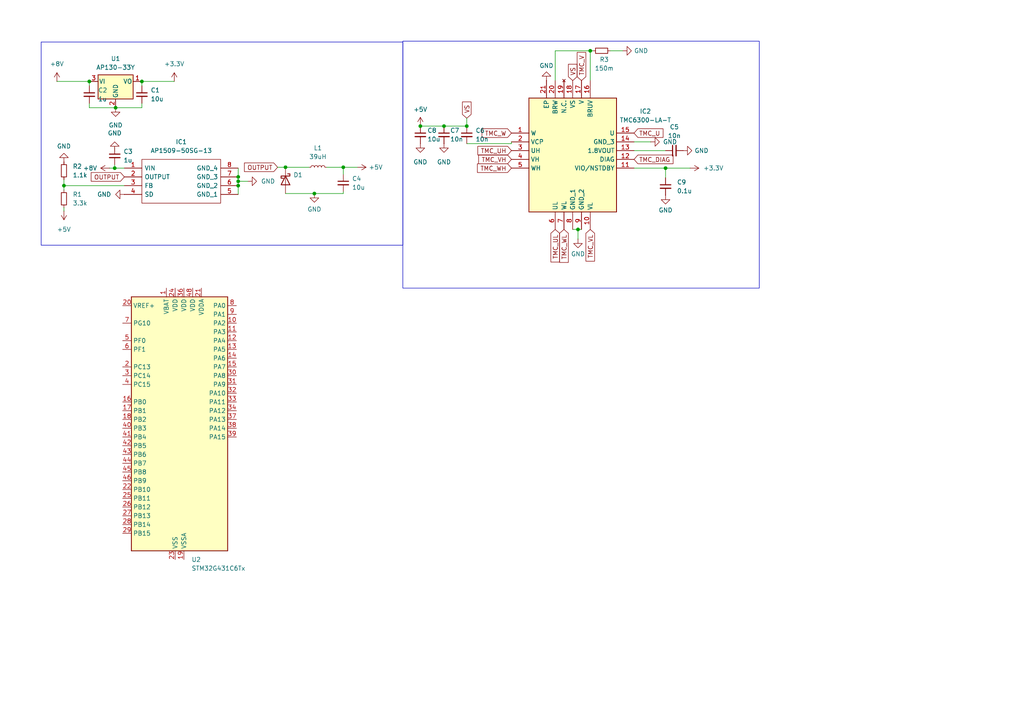
<source format=kicad_sch>
(kicad_sch (version 20231120) (generator "eeschema") (generator_version "8.0")
  (paper "A4")
  (lib_symbols
    (symbol "BUCK:AP1509-50SG-13" (pin_names (offset 0.762))
      (property "Reference" "IC" (at 29.21 7.62 0))
      (property "Value" "AP1509-50SG-13" (at 29.21 5.08 0))
      (symbol "AP1509-50SG-13_0_0"
        (pin passive line (at 0 0 0) (length 5.08) (name "VIN") (number "1"))
        (pin passive line (at 0 -2.54 0) (length 5.08) (name "OUTPUT") (number "2"))
        (pin passive line (at 0 -5.08 0) (length 5.08) (name "FB") (number "3"))
        (pin passive line (at 0 -7.62 0) (length 5.08) (name "SD") (number "4"))
        (pin passive line (at 33.02 -7.62 180) (length 5.08) (name "GND_1") (number "5"))
        (pin passive line (at 33.02 -5.08 180) (length 5.08) (name "GND_2") (number "6"))
        (pin passive line (at 33.02 -2.54 180) (length 5.08) (name "GND_3") (number "7"))
        (pin passive line (at 33.02 0 180) (length 5.08) (name "GND_4") (number "8"))
      )
      (symbol "AP1509-50SG-13_0_1"
        (polyline (pts (xy 5.08 2.54) (xy 27.94 2.54) (xy 27.94 -10.16) (xy 5.08 -10.16) (xy 5.08 2.54)) (stroke (width 0.1524)))
      )
    )
    (symbol "Device:C_Small" (pin_numbers hide) (pin_names (offset 0.254) hide)
      (property "Reference" "C" (at 0.254 1.778 0))
      (property "Value" "C_Small" (at 0.254 -2.032 0))
      (symbol "C_Small_0_1"
        (polyline (pts (xy -1.524 -0.508) (xy 1.524 -0.508)) (stroke (width 0.3302)))
        (polyline (pts (xy -1.524 0.508) (xy 1.524 0.508)) (stroke (width 0.3048)))
      )
      (symbol "C_Small_1_1"
        (pin passive line (at 0 2.54 270) (length 2.032) (name "~") (number "1"))
        (pin passive line (at 0 -2.54 90) (length 2.032) (name "~") (number "2"))
      )
    )
    (symbol "Device:D_Schottky" (pin_numbers hide) (pin_names (offset 1.016) hide)
      (property "Reference" "D" (at 0 2.54 0))
      (property "Value" "D_Schottky" (at 0 -2.54 0))
      (symbol "D_Schottky_0_1"
        (polyline (pts (xy 1.27 0) (xy -1.27 0)))
        (polyline (pts (xy 1.27 1.27) (xy 1.27 -1.27) (xy -1.27 0) (xy 1.27 1.27)) (stroke (width 0.254)))
        (polyline (pts (xy -1.905 0.635) (xy -1.905 1.27) (xy -1.27 1.27) (xy -1.27 -1.27) (xy -0.635 -1.27) (xy -0.635 -0.635)) (stroke (width 0.254)))
      )
      (symbol "D_Schottky_1_1"
        (pin passive line (at -3.81 0 0) (length 2.54) (name "K") (number "1"))
        (pin passive line (at 3.81 0 180) (length 2.54) (name "A") (number "2"))
      )
    )
    (symbol "Device:L_Small" (pin_numbers hide) (pin_names (offset 0.254) hide)
      (property "Reference" "L" (at 0.762 1.016 0))
      (property "Value" "L_Small" (at 0.762 -1.016 0))
      (symbol "L_Small_0_1"
        (arc (start 0 -2.032) (mid 0.5058 -1.524) (end 0 -1.016))
        (arc (start 0 -1.016) (mid 0.5058 -0.508) (end 0 0))
        (arc (start 0 0) (mid 0.5058 0.508) (end 0 1.016))
        (arc (start 0 1.016) (mid 0.5058 1.524) (end 0 2.032))
      )
      (symbol "L_Small_1_1"
        (pin passive line (at 0 2.54 270) (length 0.508) (name "~") (number "1"))
        (pin passive line (at 0 -2.54 90) (length 0.508) (name "~") (number "2"))
      )
    )
    (symbol "Device:R_Small" (pin_numbers hide) (pin_names (offset 0.254) hide)
      (property "Reference" "R" (at 0.762 0.508 0))
      (property "Value" "R_Small" (at 0.762 -1.016 0))
      (symbol "R_Small_0_1"
        (rectangle (start -0.762 1.778) (end 0.762 -1.778) (stroke (width 0.2032)))
      )
      (symbol "R_Small_1_1"
        (pin passive line (at 0 2.54 270) (length 0.762) (name "~") (number "1"))
        (pin passive line (at 0 -2.54 90) (length 0.762) (name "~") (number "2"))
      )
    )
    (symbol "Driver:TMC6300-LA-T"
      (property "Reference" "IC" (at 31.75 15.24 0))
      (property "Value" "TMC6300-LA-T" (at 31.75 12.7 0))
      (symbol "TMC6300-LA-T_1_1"
        (rectangle (start 5.08 10.16) (end 30.48 -22.86) (stroke (width 0.254)) (fill (type background)))
        (pin passive line (at 0 0 0) (length 5.08) (name "W") (number "1"))
        (pin passive line (at 22.86 -27.94 90) (length 5.08) (name "VL") (number "10"))
        (pin passive line (at 35.56 -10.16 180) (length 5.08) (name "VIO/NSTDBY") (number "11"))
        (pin passive line (at 35.56 -7.62 180) (length 5.08) (name "DIAG") (number "12"))
        (pin passive line (at 35.56 -5.08 180) (length 5.08) (name "1.8VOUT") (number "13"))
        (pin passive line (at 35.56 -2.54 180) (length 5.08) (name "GND_3") (number "14"))
        (pin passive line (at 35.56 0 180) (length 5.08) (name "U") (number "15"))
        (pin passive line (at 22.86 15.24 270) (length 5.08) (name "BRUV") (number "16"))
        (pin passive line (at 20.32 15.24 270) (length 5.08) (name "V") (number "17"))
        (pin passive line (at 17.78 15.24 270) (length 5.08) (name "VS") (number "18"))
        (pin no_connect line (at 15.24 15.24 270) (length 5.08) (name "N.C.") (number "19"))
        (pin passive line (at 0 -2.54 0) (length 5.08) (name "VCP") (number "2"))
        (pin passive line (at 12.7 15.24 270) (length 5.08) (name "BRW") (number "20"))
        (pin passive line (at 10.16 15.24 270) (length 5.08) (name "EP") (number "21"))
        (pin passive line (at 0 -5.08 0) (length 5.08) (name "UH") (number "3"))
        (pin passive line (at 0 -7.62 0) (length 5.08) (name "VH") (number "4"))
        (pin passive line (at 0 -10.16 0) (length 5.08) (name "WH") (number "5"))
        (pin passive line (at 12.7 -27.94 90) (length 5.08) (name "UL") (number "6"))
        (pin passive line (at 15.24 -27.94 90) (length 5.08) (name "WL") (number "7"))
        (pin passive line (at 17.78 -27.94 90) (length 5.08) (name "GND_1") (number "8"))
        (pin passive line (at 20.32 -27.94 90) (length 5.08) (name "GND_2") (number "9"))
      )
    )
    (symbol "MCU_ST_STM32G4:STM32G431C6Tx"
      (property "Reference" "U" (at -12.7 39.37 0))
      (property "Value" "STM32G431C6Tx" (at 10.16 39.37 0))
      (symbol "STM32G431C6Tx_0_1"
        (rectangle (start -12.7 -35.56) (end 15.24 38.1) (stroke (width 0.254)) (fill (type background)))
      )
      (symbol "STM32G431C6Tx_1_1"
        (pin power_in line (at -2.54 40.64 270) (length 2.54) (name "VBAT") (number "1"))
        (pin bidirectional line (at 17.78 30.48 180) (length 2.54) (name "PA2") (number "10"))
        (pin bidirectional line (at 17.78 27.94 180) (length 2.54) (name "PA3") (number "11"))
        (pin bidirectional line (at 17.78 25.4 180) (length 2.54) (name "PA4") (number "12"))
        (pin bidirectional line (at 17.78 22.86 180) (length 2.54) (name "PA5") (number "13"))
        (pin bidirectional line (at 17.78 20.32 180) (length 2.54) (name "PA6") (number "14"))
        (pin bidirectional line (at 17.78 17.78 180) (length 2.54) (name "PA7") (number "15"))
        (pin bidirectional line (at -15.24 7.62 0) (length 2.54) (name "PB0") (number "16"))
        (pin bidirectional line (at -15.24 5.08 0) (length 2.54) (name "PB1") (number "17"))
        (pin bidirectional line (at -15.24 2.54 0) (length 2.54) (name "PB2") (number "18"))
        (pin power_in line (at 2.54 -38.1 90) (length 2.54) (name "VSSA") (number "19"))
        (pin bidirectional line (at -15.24 17.78 0) (length 2.54) (name "PC13") (number "2"))
        (pin input line (at -15.24 35.56 0) (length 2.54) (name "VREF+") (number "20"))
        (pin power_in line (at 7.62 40.64 270) (length 2.54) (name "VDDA") (number "21"))
        (pin bidirectional line (at -15.24 -17.78 0) (length 2.54) (name "PB10") (number "22"))
        (pin power_in line (at 0 -38.1 90) (length 2.54) (name "VSS") (number "23"))
        (pin power_in line (at 0 40.64 270) (length 2.54) (name "VDD") (number "24"))
        (pin bidirectional line (at -15.24 -20.32 0) (length 2.54) (name "PB11") (number "25"))
        (pin bidirectional line (at -15.24 -22.86 0) (length 2.54) (name "PB12") (number "26"))
        (pin bidirectional line (at -15.24 -25.4 0) (length 2.54) (name "PB13") (number "27"))
        (pin bidirectional line (at -15.24 -27.94 0) (length 2.54) (name "PB14") (number "28"))
        (pin bidirectional line (at -15.24 -30.48 0) (length 2.54) (name "PB15") (number "29"))
        (pin bidirectional line (at -15.24 15.24 0) (length 2.54) (name "PC14") (number "3"))
        (pin bidirectional line (at 17.78 15.24 180) (length 2.54) (name "PA8") (number "30"))
        (pin bidirectional line (at 17.78 12.7 180) (length 2.54) (name "PA9") (number "31"))
        (pin bidirectional line (at 17.78 10.16 180) (length 2.54) (name "PA10") (number "32"))
        (pin bidirectional line (at 17.78 7.62 180) (length 2.54) (name "PA11") (number "33"))
        (pin bidirectional line (at 17.78 5.08 180) (length 2.54) (name "PA12") (number "34"))
        (pin passive line (at 0 -38.1 90) (length 2.54) hide (name "VSS") (number "35"))
        (pin power_in line (at 2.54 40.64 270) (length 2.54) (name "VDD") (number "36"))
        (pin bidirectional line (at 17.78 2.54 180) (length 2.54) (name "PA13") (number "37"))
        (pin bidirectional line (at 17.78 0 180) (length 2.54) (name "PA14") (number "38"))
        (pin bidirectional line (at 17.78 -2.54 180) (length 2.54) (name "PA15") (number "39"))
        (pin bidirectional line (at -15.24 12.7 0) (length 2.54) (name "PC15") (number "4"))
        (pin bidirectional line (at -15.24 0 0) (length 2.54) (name "PB3") (number "40"))
        (pin bidirectional line (at -15.24 -2.54 0) (length 2.54) (name "PB4") (number "41"))
        (pin bidirectional line (at -15.24 -5.08 0) (length 2.54) (name "PB5") (number "42"))
        (pin bidirectional line (at -15.24 -7.62 0) (length 2.54) (name "PB6") (number "43"))
        (pin bidirectional line (at -15.24 -10.16 0) (length 2.54) (name "PB7") (number "44"))
        (pin bidirectional line (at -15.24 -12.7 0) (length 2.54) (name "PB8") (number "45"))
        (pin bidirectional line (at -15.24 -15.24 0) (length 2.54) (name "PB9") (number "46"))
        (pin passive line (at 0 -38.1 90) (length 2.54) hide (name "VSS") (number "47"))
        (pin power_in line (at 5.08 40.64 270) (length 2.54) (name "VDD") (number "48"))
        (pin bidirectional line (at -15.24 25.4 0) (length 2.54) (name "PF0") (number "5"))
        (pin bidirectional line (at -15.24 22.86 0) (length 2.54) (name "PF1") (number "6"))
        (pin bidirectional line (at -15.24 30.48 0) (length 2.54) (name "PG10") (number "7"))
        (pin bidirectional line (at 17.78 35.56 180) (length 2.54) (name "PA0") (number "8"))
        (pin bidirectional line (at 17.78 33.02 180) (length 2.54) (name "PA1") (number "9"))
      )
    )
    (symbol "Regulator_Linear:AP130-33Y" (pin_names (offset 0.254))
      (property "Reference" "U" (at -3.81 3.175 0))
      (property "Value" "AP130-33Y" (at 0 3.175 0))
      (symbol "AP130-33Y_0_1"
        (rectangle (start -5.08 1.905) (end 5.08 -5.08) (stroke (width 0.254)) (fill (type background)))
      )
      (symbol "AP130-33Y_1_1"
        (pin power_out line (at 7.62 0 180) (length 2.54) (name "VO") (number "1"))
        (pin power_in line (at 0 -7.62 90) (length 2.54) (name "GND") (number "2"))
        (pin power_in line (at -7.62 0 0) (length 2.54) (name "VI") (number "3"))
      )
    )
    (symbol "power:+3.3V" (power) (pin_numbers hide) (pin_names (offset 0) hide)
      (property "Value" "+3.3V" (at 0 3.556 0))
      (symbol "+3.3V_0_1"
        (polyline (pts (xy -0.762 1.27) (xy 0 2.54)))
        (polyline (pts (xy 0 0) (xy 0 2.54)))
        (polyline (pts (xy 0 2.54) (xy 0.762 1.27)))
      )
      (symbol "+3.3V_1_1"
        (pin power_in line (at 0 0 90) (length 0) (name "~") (number "1"))
      )
    )
    (symbol "power:+5V" (power) (pin_numbers hide) (pin_names (offset 0) hide)
      (property "Value" "+5V" (at 0 3.556 0))
      (symbol "+5V_0_1"
        (polyline (pts (xy -0.762 1.27) (xy 0 2.54)))
        (polyline (pts (xy 0 0) (xy 0 2.54)))
        (polyline (pts (xy 0 2.54) (xy 0.762 1.27)))
      )
      (symbol "+5V_1_1"
        (pin power_in line (at 0 0 90) (length 0) (name "~") (number "1"))
      )
    )
    (symbol "power:+8V" (power) (pin_numbers hide) (pin_names (offset 0) hide)
      (property "Value" "+8V" (at 0 3.556 0))
      (symbol "+8V_0_1"
        (polyline (pts (xy -0.762 1.27) (xy 0 2.54)))
        (polyline (pts (xy 0 0) (xy 0 2.54)))
        (polyline (pts (xy 0 2.54) (xy 0.762 1.27)))
      )
      (symbol "+8V_1_1"
        (pin power_in line (at 0 0 90) (length 0) (name "~") (number "1"))
      )
    )
    (symbol "power:GND" (power) (pin_numbers hide) (pin_names (offset 0) hide)
      (property "Value" "GND" (at 0 -3.81 0))
      (symbol "GND_0_1"
        (polyline (pts (xy 0 0) (xy 0 -1.27) (xy 1.27 -1.27) (xy 0 -2.54) (xy -1.27 -1.27) (xy 0 -1.27)))
      )
      (symbol "GND_1_1"
        (pin power_in line (at 0 0 270) (length 0) (name "~") (number "1"))
      )
    )
  )
  (junction (at 69.088 52.578))
  (junction (at 33.528 31.242))
  (junction (at 25.908 23.622))
  (junction (at 193.04 48.768))
  (junction (at 69.088 53.848))
  (junction (at 99.568 48.514))
  (junction (at 18.542 53.848))
  (junction (at 171.196 14.732))
  (junction (at 135.382 36.576))
  (junction (at 33.274 48.768))
  (junction (at 121.92 36.576))
  (junction (at 41.148 23.622))
  (junction (at 69.088 51.308))
  (junction (at 91.186 56.134))
  (junction (at 167.64 66.548))
  (junction (at 82.804 48.514))
  (junction (at 128.778 36.576))
  (wire (pts (xy 99.568 56.134) (xy 99.568 55.626)))
  (wire (pts (xy 33.274 42.672) (xy 33.274 43.688)))
  (wire (pts (xy 33.274 47.752) (xy 33.274 48.768)))
  (wire (pts (xy 69.088 48.768) (xy 69.088 51.308)))
  (wire (pts (xy 69.088 53.848) (xy 69.088 56.388)))
  (wire (pts (xy 171.196 14.732) (xy 171.196 23.368)))
  (wire (pts (xy 41.148 29.972) (xy 41.148 31.242)))
  (wire (pts (xy 193.04 48.768) (xy 193.04 51.562)))
  (wire (pts (xy 33.528 31.242) (xy 41.148 31.242)))
  (wire (pts (xy 161.036 23.368) (xy 161.036 14.732)))
  (wire (pts (xy 183.896 43.688) (xy 193.04 43.688)))
  (wire (pts (xy 80.518 48.514) (xy 82.804 48.514)))
  (wire (pts (xy 69.088 51.308) (xy 69.088 52.578)))
  (wire (pts (xy 91.186 56.134) (xy 99.568 56.134)))
  (wire (pts (xy 25.908 29.972) (xy 25.908 31.242)))
  (wire (pts (xy 41.148 23.622) (xy 41.148 24.892)))
  (wire (pts (xy 94.742 48.514) (xy 99.568 48.514)))
  (wire (pts (xy 41.148 23.622) (xy 50.546 23.622)))
  (wire (pts (xy 69.088 52.578) (xy 69.088 53.848)))
  (wire (pts (xy 103.632 48.514) (xy 99.568 48.514)))
  (wire (pts (xy 99.568 48.514) (xy 99.568 50.546)))
  (wire (pts (xy 171.958 14.732) (xy 171.196 14.732)))
  (wire (pts (xy 16.51 23.622) (xy 25.908 23.622)))
  (wire (pts (xy 18.542 61.214) (xy 18.542 60.198)))
  (wire (pts (xy 82.804 56.134) (xy 91.186 56.134)))
  (wire (pts (xy 25.908 31.242) (xy 33.528 31.242)))
  (wire (pts (xy 82.804 48.514) (xy 89.662 48.514)))
  (wire (pts (xy 166.116 66.548) (xy 167.64 66.548)))
  (wire (pts (xy 69.088 52.578) (xy 71.882 52.578)))
  (wire (pts (xy 18.542 53.848) (xy 18.542 55.118)))
  (wire (pts (xy 18.542 52.07) (xy 18.542 53.848)))
  (wire (pts (xy 135.382 41.656) (xy 148.336 41.656)))
  (wire (pts (xy 121.92 36.576) (xy 128.778 36.576)))
  (wire (pts (xy 31.75 48.768) (xy 33.274 48.768)))
  (wire (pts (xy 148.336 41.656) (xy 148.336 41.148)))
  (wire (pts (xy 36.068 53.848) (xy 18.542 53.848)))
  (wire (pts (xy 25.908 23.622) (xy 25.908 24.892)))
  (wire (pts (xy 177.038 14.732) (xy 180.594 14.732)))
  (wire (pts (xy 128.778 36.576) (xy 135.382 36.576)))
  (wire (pts (xy 161.036 14.732) (xy 171.196 14.732)))
  (wire (pts (xy 188.722 41.148) (xy 183.896 41.148)))
  (wire (pts (xy 183.896 48.768) (xy 193.04 48.768)))
  (wire (pts (xy 167.64 66.548) (xy 167.64 69.342)))
  (wire (pts (xy 167.64 66.548) (xy 168.656 66.548)))
  (wire (pts (xy 200.152 48.768) (xy 193.04 48.768)))
  (wire (pts (xy 135.382 34.29) (xy 135.382 36.576)))
  (wire (pts (xy 33.274 48.768) (xy 36.068 48.768)))
  (rectangle (start 116.84 11.938) (end 220.218 83.566))
  (rectangle (start 11.938 12.192) (end 116.84 71.12))
  (global_label "TMC_DIAG" (shape input) (at 183.896 46.228 0) (property "Intersheetrefs" "${INTERSHEET_REFS}" (effects (hide yes))))
  (global_label "TMC_V" (shape input) (at 168.656 23.368 90) (property "Intersheetrefs" "${INTERSHEET_REFS}" (effects (hide yes))))
  (global_label "TMC_WL" (shape input) (at 163.576 66.548 270) (property "Intersheetrefs" "${INTERSHEET_REFS}" (effects (hide yes))))
  (global_label "TMC_U" (shape input) (at 183.896 38.608 0) (property "Intersheetrefs" "${INTERSHEET_REFS}" (effects (hide yes))))
  (global_label "OUTPUT" (shape input) (at 36.068 51.308 180) (property "Intersheetrefs" "${INTERSHEET_REFS}" (effects (hide yes))))
  (global_label "TMC_UH" (shape input) (at 148.336 43.688 180) (property "Intersheetrefs" "${INTERSHEET_REFS}" (effects (hide yes))))
  (global_label "TMC_W" (shape input) (at 148.336 38.608 180) (property "Intersheetrefs" "${INTERSHEET_REFS}" (effects (hide yes))))
  (global_label "VS" (shape input) (at 135.382 34.29 90) (property "Intersheetrefs" "${INTERSHEET_REFS}" (effects (hide yes))))
  (global_label "TMC_WH" (shape input) (at 148.336 48.768 180) (property "Intersheetrefs" "${INTERSHEET_REFS}" (effects (hide yes))))
  (global_label "VS" (shape input) (at 166.116 23.368 90) (property "Intersheetrefs" "${INTERSHEET_REFS}" (effects (hide yes))))
  (global_label "TMC_VH" (shape input) (at 148.336 46.228 180) (property "Intersheetrefs" "${INTERSHEET_REFS}" (effects (hide yes))))
  (global_label "OUTPUT" (shape input) (at 80.518 48.514 180) (property "Intersheetrefs" "${INTERSHEET_REFS}" (effects (hide yes))))
  (global_label "TMC_UL" (shape input) (at 161.036 66.548 270) (property "Intersheetrefs" "${INTERSHEET_REFS}" (effects (hide yes))))
  (global_label "TMC_VL" (shape input) (at 171.196 66.548 270) (property "Intersheetrefs" "${INTERSHEET_REFS}" (effects (hide yes))))
  (symbol (lib_id "Device:C_Small") (at 41.148 27.432 0) (unit 1)
    (property "Reference" "C1" (at 43.688 26.1682 0) (effects (justify left)))
    (property "Value" "10u" (at 43.688 28.7082 0) (effects (justify left)))
    (property "Description" "Unpolarized capacitor, small symbol" (effects (hide yes)))
  )
  (symbol (lib_id "Device:R_Small") (at 18.542 49.53 0) (unit 1)
    (property "Reference" "R2" (at 21.082 48.2599 0) (effects (justify left)))
    (property "Value" "1.1k" (at 21.082 50.7999 0) (effects (justify left)))
    (property "Description" "Resistor, small symbol" (effects (hide yes)))
  )
  (symbol (lib_id "power:GND") (at 193.04 56.642 0) (unit 1)
    (property "Reference" "#PWR020" (effects (hide yes)))
    (property "Value" "GND" (at 193.04 60.96 0))
    (property "Description" "Power symbol creates a global label with name \"GND\" , ground" (effects (hide yes)))
  )
  (symbol (lib_id "power:GND") (at 33.528 31.242 0) (unit 1)
    (property "Reference" "#PWR01" (effects (hide yes)))
    (property "Value" "GND" (at 33.528 36.322 0))
    (property "Description" "Power symbol creates a global label with name \"GND\" , ground" (effects (hide yes)))
  )
  (symbol (lib_id "MCU_ST_STM32G4:STM32G431C6Tx") (at 50.8 124.206 0) (unit 1)
    (property "Reference" "U2" (at 55.5341 162.306 0) (effects (justify left)))
    (property "Value" "STM32G431C6Tx" (at 55.5341 164.846 0) (effects (justify left)))
    (property "Footprint" "Package_QFP:LQFP-48_7x7mm_P0.5mm" (effects (hide yes)))
    (property "Datasheet" "https://www.st.com/resource/en/datasheet/stm32g431c6.pdf" (effects (hide yes)))
    (property "Description" "STMicroelectronics Arm Cortex-M4 MCU, 32KB flash, 32KB RAM, 170 MHz, 1.71-3.6V, 38 GPIO, LQFP48" (effects (hide yes)))
  )
  (symbol (lib_id "Device:C_Small") (at 135.382 39.116 0) (unit 1)
    (property "Reference" "C6" (at 137.922 37.8522 0) (effects (justify left)))
    (property "Value" "10n" (at 137.922 40.3922 0) (effects (justify left)))
    (property "Description" "Unpolarized capacitor, small symbol" (effects (hide yes)))
  )
  (symbol (lib_id "power:GND") (at 180.594 14.732 90) (unit 1)
    (property "Reference" "#PWR013" (effects (hide yes)))
    (property "Value" "GND" (at 183.896 14.7319 90) (effects (justify right)))
    (property "Description" "Power symbol creates a global label with name \"GND\" , ground" (effects (hide yes)))
  )
  (symbol (lib_id "power:GND") (at 91.186 56.134 0) (unit 1)
    (property "Reference" "#PWR09" (effects (hide yes)))
    (property "Value" "GND" (at 91.186 60.706 0))
    (property "Description" "Power symbol creates a global label with name \"GND\" , ground" (effects (hide yes)))
  )
  (symbol (lib_id "Device:D_Schottky") (at 82.804 52.324 270) (unit 1)
    (property "Reference" "D1" (at 85.09 50.7364 90) (effects (justify left)))
    (property "Value" "D_Schottky" (effects (hide yes)))
    (property "Description" "Schottky diode" (effects (hide yes)))
  )
  (symbol (lib_id "Device:C_Small") (at 25.908 27.432 0) (unit 1)
    (property "Reference" "C2" (at 28.448 26.1682 0) (effects (justify left)))
    (property "Value" "1u" (at 28.448 28.7082 0) (effects (justify left)))
    (property "Description" "Unpolarized capacitor, small symbol" (effects (hide yes)))
  )
  (symbol (lib_id "Device:C_Small") (at 193.04 54.102 0) (unit 1)
    (property "Reference" "C9" (at 196.342 52.8382 0) (effects (justify left)))
    (property "Value" "0.1u" (at 196.342 55.3782 0) (effects (justify left)))
    (property "Description" "Unpolarized capacitor, small symbol" (effects (hide yes)))
  )
  (symbol (lib_id "power:+5V") (at 121.92 36.576 0) (unit 1)
    (property "Reference" "#PWR016" (effects (hide yes)))
    (property "Value" "+5V" (at 121.92 31.75 0))
    (property "Description" "Power symbol creates a global label with name \"+5V\"" (effects (hide yes)))
  )
  (symbol (lib_id "power:+5V") (at 18.542 61.214 180) (unit 1)
    (property "Reference" "#PWR08" (effects (hide yes)))
    (property "Value" "+5V" (at 18.542 66.548 0))
    (property "Description" "Power symbol creates a global label with name \"+5V\"" (effects (hide yes)))
  )
  (symbol (lib_id "Device:C_Small") (at 121.92 39.116 0) (unit 1)
    (property "Reference" "C8" (at 123.952 37.846 0) (effects (justify left)))
    (property "Value" "10u" (at 123.952 40.386 0) (effects (justify left)))
    (property "Description" "Unpolarized capacitor, small symbol" (effects (hide yes)))
  )
  (symbol (lib_id "power:+8V") (at 31.75 48.768 90) (unit 1)
    (property "Reference" "#PWR06" (effects (hide yes)))
    (property "Value" "+8V" (at 28.194 48.7679 90) (effects (justify left)))
    (property "Description" "Power symbol creates a global label with name \"+8V\"" (effects (hide yes)))
  )
  (symbol (lib_id "Device:R_Small") (at 174.498 14.732 90) (unit 1)
    (property "Reference" "R3" (at 175.26 17.272 90))
    (property "Value" "150m" (at 175.26 19.812 90))
    (property "Description" "Resistor, small symbol" (effects (hide yes)))
  )
  (symbol (lib_id "power:GND") (at 188.722 41.148 90) (unit 1)
    (property "Reference" "#PWR018" (effects (hide yes)))
    (property "Value" "GND" (at 192.278 41.1479 90) (effects (justify right)))
    (property "Description" "Power symbol creates a global label with name \"GND\" , ground" (effects (hide yes)))
  )
  (symbol (lib_id "Device:C_Small") (at 99.568 53.086 0) (unit 1)
    (property "Reference" "C4" (at 102.108 51.8222 0) (effects (justify left)))
    (property "Value" "10u" (at 102.108 54.3622 0) (effects (justify left)))
    (property "Description" "Unpolarized capacitor, small symbol" (effects (hide yes)))
  )
  (symbol (lib_id "Regulator_Linear:AP130-33Y") (at 33.528 23.622 0) (unit 1)
    (property "Reference" "U1" (at 33.528 17.018 0))
    (property "Value" "AP130-33Y" (at 33.528 19.558 0))
    (property "Footprint" "Package_TO_SOT_SMD:SOT-89-3" (effects (hide yes)))
    (property "Datasheet" "https://www.diodes.com/assets/Datasheets/AP130.pdf" (effects (hide yes)))
    (property "Description" "0.3A Low Dropout regulator, positive, 3.3V fixed output, SOT-89" (effects (hide yes)))
  )
  (symbol (lib_id "Device:C_Small") (at 33.274 45.212 0) (unit 1)
    (property "Reference" "C3" (at 35.814 43.9482 0) (effects (justify left)))
    (property "Value" "1u" (at 35.814 46.4882 0) (effects (justify left)))
    (property "Description" "Unpolarized capacitor, small symbol" (effects (hide yes)))
  )
  (symbol (lib_id "power:+8V") (at 16.51 23.622 0) (unit 1)
    (property "Reference" "#PWR02" (effects (hide yes)))
    (property "Value" "+8V" (at 16.51 18.542 0))
    (property "Description" "Power symbol creates a global label with name \"+8V\"" (effects (hide yes)))
  )
  (symbol (lib_id "power:GND") (at 198.12 43.688 90) (unit 1)
    (property "Reference" "#PWR012" (effects (hide yes)))
    (property "Value" "GND" (at 201.422 43.6879 90) (effects (justify right)))
    (property "Description" "Power symbol creates a global label with name \"GND\" , ground" (effects (hide yes)))
  )
  (symbol (lib_id "power:+5V") (at 103.632 48.514 270) (unit 1)
    (property "Reference" "#PWR010" (effects (hide yes)))
    (property "Value" "+5V" (at 106.934 48.5139 90) (effects (justify left)))
    (property "Description" "Power symbol creates a global label with name \"+5V\"" (effects (hide yes)))
  )
  (symbol (lib_id "Driver:TMC6300-LA-T") (at 148.336 38.608 0) (unit 1)
    (property "Reference" "IC2" (at 187.198 32.2894 0))
    (property "Value" "TMC6300-LA-T" (at 187.198 34.8294 0))
    (property "Footprint" "QFN40P300X300X90-21N" (effects (hide yes)))
    (property "Datasheet" "https://www.analog.com/TMC6300/datasheet" (effects (hide yes)))
    (property "Description" "Highly Efficient Low Voltage, Zero Standby Current Driver for 3-Phase BLDC/PMSM Motors up to 2A peak, Triple Half-Bridge with separate HS and LS control signals" (effects (hide yes)))
    (property "Height" "0.9" (effects (hide yes)))
    (property "Mouser Part Number" "700-TMC6300-LA-T" (effects (hide yes)))
    (property "Mouser Price/Stock" "https://www.mouser.co.uk/ProductDetail/ADI-Trinamic/TMC6300-LA-T?qs=TiOZkKH1s2SPDan6zA6fKg%3D%3D" (effects (hide yes)))
    (property "Manufacturer_Name" "Analog Devices" (effects (hide yes)))
    (property "Manufacturer_Part_Number" "TMC6300-LA-T" (effects (hide yes)))
  )
  (symbol (lib_id "power:GND") (at 158.496 23.368 180) (unit 1)
    (property "Reference" "#PWR021" (effects (hide yes)))
    (property "Value" "GND" (at 158.496 19.05 0))
    (property "Description" "Power symbol creates a global label with name \"GND\" , ground" (effects (hide yes)))
  )
  (symbol (lib_id "BUCK:AP1509-50SG-13") (at 36.068 48.768 0) (unit 1)
    (property "Reference" "IC1" (at 52.578 41.148 0))
    (property "Value" "AP1509-50SG-13" (at 52.578 43.688 0))
    (property "Footprint" "SOIC127P600X170-8N" (effects (hide yes)))
    (property "Datasheet" "https://www.diodes.com//assets/Datasheets/AP1509.pdf" (effects (hide yes)))
    (property "Description" "DiodesZetex, AP1509-50SG-13 DC-DC Converter 2A 8-Pin, SOP" (effects (hide yes)))
    (property "Description_1" "DiodesZetex, AP1509-50SG-13 DC-DC Converter 2A 8-Pin, SOP" (effects (hide yes)))
    (property "Height" "1.7" (effects (hide yes)))
    (property "Mouser Part Number" "621-AP1509-50SG-13" (effects (hide yes)))
    (property "Mouser Price/Stock" "https://www.mouser.co.uk/ProductDetail/Diodes-Incorporated/AP1509-50SG-13?qs=EJYhozv%252BYpwbI10CpTvwPw%3D%3D" (effects (hide yes)))
    (property "Manufacturer_Name" "Diodes Incorporated" (effects (hide yes)))
    (property "Manufacturer_Part_Number" "AP1509-50SG-13" (effects (hide yes)))
  )
  (symbol (lib_id "Device:L_Small") (at 92.202 48.514 90) (unit 1)
    (property "Reference" "L1" (at 92.202 42.926 90))
    (property "Value" "39uH" (at 92.202 45.466 90))
    (property "Description" "Inductor, small symbol" (effects (hide yes)))
  )
  (symbol (lib_id "power:GND") (at 36.068 56.388 270) (unit 1)
    (property "Reference" "#PWR011" (effects (hide yes)))
    (property "Value" "GND" (at 32.258 56.3879 90) (effects (justify right)))
    (property "Description" "Power symbol creates a global label with name \"GND\" , ground" (effects (hide yes)))
  )
  (symbol (lib_id "power:GND") (at 121.92 41.656 0) (unit 1)
    (property "Reference" "#PWR015" (effects (hide yes)))
    (property "Value" "GND" (at 121.92 46.99 0))
    (property "Description" "Power symbol creates a global label with name \"GND\" , ground" (effects (hide yes)))
  )
  (symbol (lib_id "power:GND") (at 71.882 52.578 90) (unit 1)
    (property "Reference" "#PWR05" (effects (hide yes)))
    (property "Value" "GND" (at 75.692 52.5779 90) (effects (justify right)))
    (property "Description" "Power symbol creates a global label with name \"GND\" , ground" (effects (hide yes)))
  )
  (symbol (lib_id "power:GND") (at 18.542 46.99 180) (unit 1)
    (property "Reference" "#PWR04" (effects (hide yes)))
    (property "Value" "GND" (at 18.542 42.418 0))
    (property "Description" "Power symbol creates a global label with name \"GND\" , ground" (effects (hide yes)))
  )
  (symbol (lib_id "power:GND") (at 128.778 41.656 0) (unit 1)
    (property "Reference" "#PWR014" (effects (hide yes)))
    (property "Value" "GND" (at 128.778 46.99 0))
    (property "Description" "Power symbol creates a global label with name \"GND\" , ground" (effects (hide yes)))
  )
  (symbol (lib_id "power:GND") (at 167.64 69.342 0) (unit 1)
    (property "Reference" "#PWR017" (effects (hide yes)))
    (property "Value" "GND" (at 167.64 73.66 0))
    (property "Description" "Power symbol creates a global label with name \"GND\" , ground" (effects (hide yes)))
  )
  (symbol (lib_id "Device:C_Small") (at 195.58 43.688 90) (unit 1)
    (property "Reference" "C5" (at 195.5863 36.83 90))
    (property "Value" "10n" (at 195.5863 39.37 90))
    (property "Description" "Unpolarized capacitor, small symbol" (effects (hide yes)))
  )
  (symbol (lib_id "power:+3.3V") (at 50.546 23.622 0) (unit 1)
    (property "Reference" "#PWR03" (effects (hide yes)))
    (property "Value" "+3.3V" (at 50.546 18.542 0))
    (property "Description" "Power symbol creates a global label with name \"+3.3V\"" (effects (hide yes)))
  )
  (symbol (lib_id "power:+3.3V") (at 200.152 48.768 270) (unit 1)
    (property "Reference" "#PWR019" (effects (hide yes)))
    (property "Value" "+3.3V" (at 203.962 48.7679 90) (effects (justify left)))
    (property "Description" "Power symbol creates a global label with name \"+3.3V\"" (effects (hide yes)))
  )
  (symbol (lib_id "power:GND") (at 33.274 43.688 180) (unit 1)
    (property "Reference" "#PWR07" (effects (hide yes)))
    (property "Value" "GND" (at 33.274 38.608 0))
    (property "Description" "Power symbol creates a global label with name \"GND\" , ground" (effects (hide yes)))
  )
  (symbol (lib_id "Device:R_Small") (at 18.542 57.658 0) (unit 1)
    (property "Reference" "R1" (at 21.082 56.3879 0) (effects (justify left)))
    (property "Value" "3.3k" (at 21.082 58.9279 0) (effects (justify left)))
    (property "Description" "Resistor, small symbol" (effects (hide yes)))
  )
  (symbol (lib_id "Device:C_Small") (at 128.778 39.116 0) (unit 1)
    (property "Reference" "C7" (at 130.556 37.846 0) (effects (justify left)))
    (property "Value" "10n" (at 130.556 40.386 0) (effects (justify left)))
    (property "Description" "Unpolarized capacitor, small symbol" (effects (hide yes)))
  )
)
</source>
